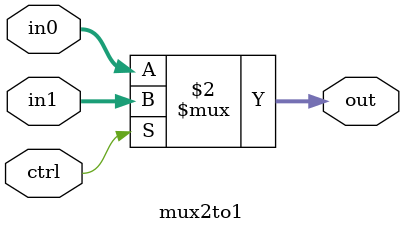
<source format=v>
module mux2to1 (in0, in1, ctrl, out);
  input [3:0] in0;
  input [3:0] in1;
  input ctrl;
  output [3:0] out;

  assign out = (ctrl == 1'b0) ? in0 : in1;

endmodule
</source>
